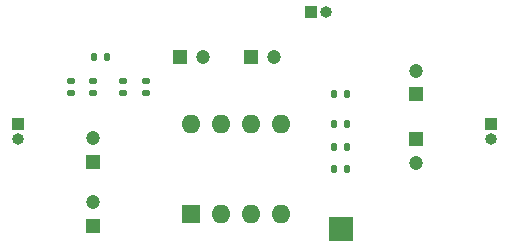
<source format=gbr>
%TF.GenerationSoftware,KiCad,Pcbnew,7.0.11-7.0.11~ubuntu22.04.1*%
%TF.CreationDate,2024-09-25T18:26:51+01:00*%
%TF.ProjectId,kicad_project,6b696361-645f-4707-926f-6a6563742e6b,rev?*%
%TF.SameCoordinates,Original*%
%TF.FileFunction,Soldermask,Top*%
%TF.FilePolarity,Negative*%
%FSLAX46Y46*%
G04 Gerber Fmt 4.6, Leading zero omitted, Abs format (unit mm)*
G04 Created by KiCad (PCBNEW 7.0.11-7.0.11~ubuntu22.04.1) date 2024-09-25 18:26:51*
%MOMM*%
%LPD*%
G01*
G04 APERTURE LIST*
G04 Aperture macros list*
%AMRoundRect*
0 Rectangle with rounded corners*
0 $1 Rounding radius*
0 $2 $3 $4 $5 $6 $7 $8 $9 X,Y pos of 4 corners*
0 Add a 4 corners polygon primitive as box body*
4,1,4,$2,$3,$4,$5,$6,$7,$8,$9,$2,$3,0*
0 Add four circle primitives for the rounded corners*
1,1,$1+$1,$2,$3*
1,1,$1+$1,$4,$5*
1,1,$1+$1,$6,$7*
1,1,$1+$1,$8,$9*
0 Add four rect primitives between the rounded corners*
20,1,$1+$1,$2,$3,$4,$5,0*
20,1,$1+$1,$4,$5,$6,$7,0*
20,1,$1+$1,$6,$7,$8,$9,0*
20,1,$1+$1,$8,$9,$2,$3,0*%
G04 Aperture macros list end*
%ADD10R,1.600000X1.600000*%
%ADD11O,1.600000X1.600000*%
%ADD12R,2.000000X2.000000*%
%ADD13RoundRect,0.135000X-0.135000X-0.185000X0.135000X-0.185000X0.135000X0.185000X-0.135000X0.185000X0*%
%ADD14RoundRect,0.135000X0.135000X0.185000X-0.135000X0.185000X-0.135000X-0.185000X0.135000X-0.185000X0*%
%ADD15RoundRect,0.135000X-0.185000X0.135000X-0.185000X-0.135000X0.185000X-0.135000X0.185000X0.135000X0*%
%ADD16RoundRect,0.135000X0.185000X-0.135000X0.185000X0.135000X-0.185000X0.135000X-0.185000X-0.135000X0*%
%ADD17R,1.000000X1.000000*%
%ADD18O,1.000000X1.000000*%
%ADD19R,1.200000X1.200000*%
%ADD20C,1.200000*%
G04 APERTURE END LIST*
D10*
%TO.C,U3*%
X67320000Y-128260000D03*
D11*
X69860000Y-128260000D03*
X72400000Y-128260000D03*
X74940000Y-128260000D03*
X74940000Y-120640000D03*
X72400000Y-120640000D03*
X69860000Y-120640000D03*
X67320000Y-120640000D03*
%TD*%
D12*
%TO.C,TP1*%
X80010000Y-129540000D03*
%TD*%
D13*
%TO.C,R9*%
X79500000Y-124460000D03*
X80520000Y-124460000D03*
%TD*%
D14*
%TO.C,R8*%
X80520000Y-122555000D03*
X79500000Y-122555000D03*
%TD*%
%TO.C,R7*%
X80520000Y-120650000D03*
X79500000Y-120650000D03*
%TD*%
D13*
%TO.C,R6*%
X79500000Y-118110000D03*
X80520000Y-118110000D03*
%TD*%
%TO.C,R5*%
X59180000Y-114935000D03*
X60200000Y-114935000D03*
%TD*%
D15*
%TO.C,R4*%
X63500000Y-116965000D03*
X63500000Y-117985000D03*
%TD*%
D16*
%TO.C,R3*%
X61595000Y-117985000D03*
X61595000Y-116965000D03*
%TD*%
D15*
%TO.C,R2*%
X57150000Y-117985000D03*
X57150000Y-116965000D03*
%TD*%
D16*
%TO.C,R1*%
X59055000Y-117985000D03*
X59055000Y-116965000D03*
%TD*%
D17*
%TO.C,J3*%
X92710000Y-120650000D03*
D18*
X92710000Y-121920000D03*
%TD*%
D17*
%TO.C,J2*%
X77470000Y-111125000D03*
D18*
X78740000Y-111125000D03*
%TD*%
D17*
%TO.C,J1*%
X52705000Y-120650000D03*
D18*
X52705000Y-121920000D03*
%TD*%
D19*
%TO.C,C6*%
X86360000Y-118110000D03*
D20*
X86360000Y-116110000D03*
%TD*%
D19*
%TO.C,C5*%
X86360000Y-121920000D03*
D20*
X86360000Y-123920000D03*
%TD*%
D19*
%TO.C,C4*%
X66390000Y-114935000D03*
D20*
X68390000Y-114935000D03*
%TD*%
D19*
%TO.C,C3*%
X72390000Y-114935000D03*
D20*
X74390000Y-114935000D03*
%TD*%
D19*
%TO.C,C2*%
X59055000Y-123825000D03*
D20*
X59055000Y-121825000D03*
%TD*%
D19*
%TO.C,C1*%
X59055000Y-129242599D03*
D20*
X59055000Y-127242599D03*
%TD*%
M02*

</source>
